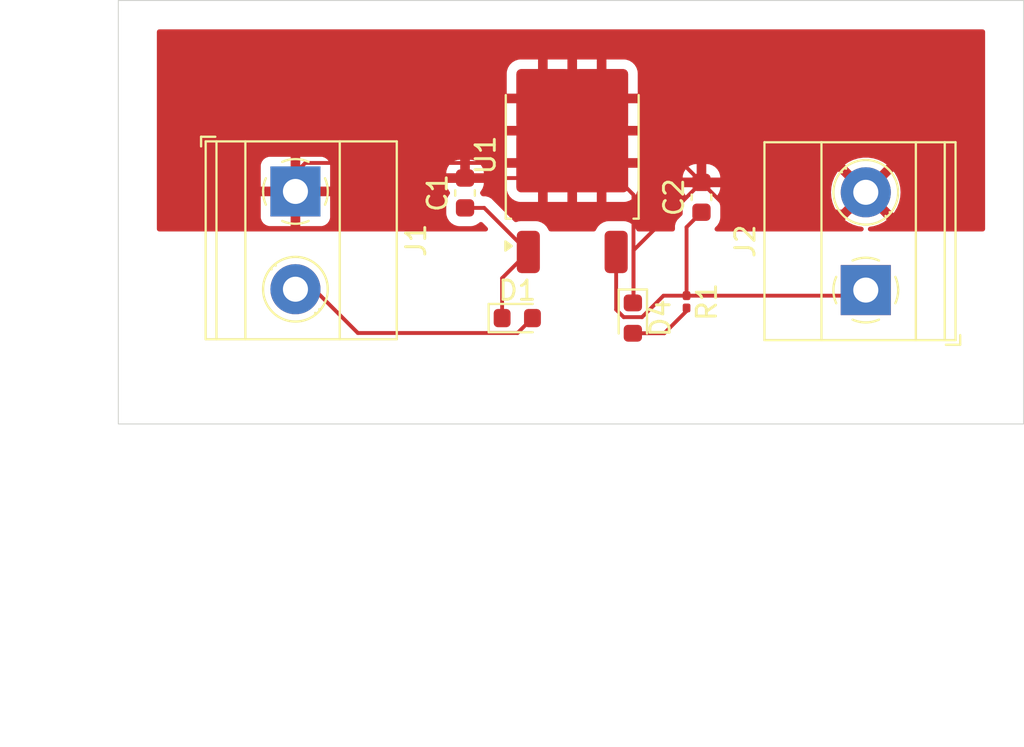
<source format=kicad_pcb>
(kicad_pcb (version 20240108) (generator "pcbnew") (generator_version "8.0")
  (layers (0 "F.Cu" signal) (31 "B.Cu" signal) (34 "B.Paste" user) (35 "F.Paste" user) (36 "B.SilkS" user "B.Silkscreen") (37 "F.SilkS" user "F.Silkscreen") (38 "B.Mask" user) (39 "F.Mask" user) (44 "Edge.Cuts" user))
  (net 0 "")
  (net 1 "Net-(D1-K)")
  (net 2 "GND")
  (net 3 "+5V")
  (net 4 "+12C")
  (net 5 "Net-(D4-A)")
  (footprint "Resistor_SMD:R_0201_0603Metric" (layer "F.Cu") (at 159 75.655 -90)
    (property "Reference" "R1" (at 0 -1.05 90) (layer "F.SilkS"))
    (property "Value" "330R")
    (pad "1" smd roundrect (at -0.32 0 270) (size 0.46 0.4) (layers "F.Cu" "F.Mask") (net 3 "+5V"))
    (pad "2" smd roundrect (at 0.32 0 270) (size 0.46 0.4) (layers "F.Cu" "F.Mask") (net 5 "Net-(D4-A)"))
  )
  (footprint "TerminalBlock_Phoenix:TerminalBlock_Phoenix_MKDS-1,5-2-5.08_1x02_P5.08mm_Horizontal" (layer "F.Cu") (at 138.695 69.92 -90)
    (property "Reference" "J1" (at 2.54 -6.26 90) (layer "F.SilkS"))
    (property "Value" "Screw_Terminal_01x02")
    (fp_line (start -2.84 4.9) (end -2.34 4.9) (stroke (width 0.12)) (layer "F.SilkS"))
    (fp_line (start -2.6 4.66) (end 7.68 4.66) (stroke (width 0.12)) (layer "F.SilkS"))
    (fp_line (start -2.84 4.16) (end -2.84 4.9) (stroke (width 0.12)) (layer "F.SilkS"))
    (fp_line (start -2.6 4.1) (end 7.68 4.1) (stroke (width 0.12)) (layer "F.SilkS"))
    (fp_line (start -2.6 2.6) (end 7.68 2.6) (stroke (width 0.12)) (layer "F.SilkS"))
    (fp_line (start 4.046 1.239) (end 4.011 1.274) (stroke (width 0.12)) (layer "F.SilkS"))
    (fp_line (start 3.853 1.023) (end 3.806 1.069) (stroke (width 0.12)) (layer "F.SilkS"))
    (fp_line (start 6.355 -1.069) (end 6.308 -1.023) (stroke (width 0.12)) (layer "F.SilkS"))
    (fp_line (start 6.15 -1.275) (end 6.115 -1.239) (stroke (width 0.12)) (layer "F.SilkS"))
    (fp_line (start -2.6 -2.301) (end 7.68 -2.301) (stroke (width 0.12)) (layer "F.SilkS"))
    (fp_line (start -2.6 -5.261) (end -2.6 4.66) (stroke (width 0.12)) (layer "F.SilkS"))
    (fp_line (start -2.6 -5.261) (end 7.68 -5.261) (stroke (width 0.12)) (layer "F.SilkS"))
    (fp_line (start 7.68 -5.261) (end 7.68 4.66) (stroke (width 0.12)) (layer "F.SilkS"))
    (fp_arc (start 0.028805 1.680253) (mid -0.335551 1.646659) (end -0.684 1.535) (stroke (width 0.12)) (layer "F.SilkS"))
    (fp_arc (start 0.683318 1.534756) (mid 0.349292 1.643288) (end 0 1.68) (stroke (width 0.12)) (layer "F.SilkS"))
    (fp_arc (start -1.535427 0.683042) (mid -1.680501 -0.000524) (end -1.535 -0.684) (stroke (width 0.12)) (layer "F.SilkS"))
    (fp_arc (start 1.535427 -0.683042) (mid 1.680501 0.000524) (end 1.535 0.684) (stroke (width 0.12)) (layer "F.SilkS"))
    (fp_arc (start -0.683042 -1.535427) (mid 0.000524 -1.680501) (end 0.684 -1.535) (stroke (width 0.12)) (layer "F.SilkS"))
    (fp_circle (center 5.08 0) (end 6.76 0) (stroke (width 0.12)) (fill none) (layer "F.SilkS"))
    (pad "1" thru_hole rect (at 0 0 270) (size 2.6 2.6) (drill 1.3) (layers "*.Cu" "*.Mask") (net 2 "GND"))
    (pad "2" thru_hole circle (at 5.08 0 270) (size 2.6 2.6) (drill 1.3) (layers "*.Cu" "*.Mask") (net 4 "+12C"))
  )
  (footprint "Capacitor_SMD:C_0603_1608Metric" (layer "F.Cu") (at 147.5 70 90)
    (property "Reference" "C1" (at 0 -1.43 90) (layer "F.SilkS"))
    (property "Value" "100nF")
    (fp_line (start -0.14058 -0.51) (end 0.14058 -0.51) (stroke (width 0.12)) (layer "F.SilkS"))
    (fp_line (start -0.14058 0.51) (end 0.14058 0.51) (stroke (width 0.12)) (layer "F.SilkS"))
    (pad "1" smd roundrect (at -0.775 0 90) (size 0.9 0.95) (layers "F.Cu" "F.Paste" "F.Mask") (net 1 "Net-(D1-K)"))
    (pad "2" smd roundrect (at 0.775 0 90) (size 0.9 0.95) (layers "F.Cu" "F.Paste" "F.Mask") (net 2 "GND"))
  )
  (footprint "Package_TO_SOT_SMD:TO-252-2" (layer "F.Cu") (at 153.065 68.025 90)
    (property "Reference" "U1" (at 0 -4.5 90) (layer "F.SilkS"))
    (property "Value" "L7805")
    (fp_line (start 3.11 -3.45) (end -3.31 -3.45) (stroke (width 0.12)) (layer "F.SilkS"))
    (fp_line (start -3.31 -3.45) (end -3.31 -3.18) (stroke (width 0.12)) (layer "F.SilkS"))
    (fp_line (start 3.11 3.45) (end -3.31 3.45) (stroke (width 0.12)) (layer "F.SilkS"))
    (fp_line (start -3.31 3.45) (end -3.31 3.18) (stroke (width 0.12)) (layer "F.SilkS"))
    (fp_poly (pts (xy -4.73 -3.14) (xy -4.97 -3.47) (xy -4.49 -3.47) (xy -4.73 -3.14)) (stroke (width 0.12)) (fill solid) (layer "F.SilkS"))
    (pad "1" smd roundrect (at -5.04 -2.28 90) (size 2.2 1.2) (layers "F.Cu" "F.Paste" "F.Mask") (roundrect_rratio 0.208333) (net 1 "Net-(D1-K)"))
    (pad "2" smd roundrect (at -0.415 -1.525 90) (size 3.05 2.75) (layers "F.Cu" "F.Paste") (roundrect_rratio 0.090909) (net 2 "GND"))
    (pad "2" smd roundrect (at -0.415 1.525 90) (size 3.05 2.75) (layers "F.Cu" "F.Paste") (roundrect_rratio 0.090909) (net 2 "GND"))
    (pad "2" smd roundrect (at 1.26 0 90) (size 6.4 5.8) (layers "F.Cu" "F.Mask") (roundrect_rratio 0.043103) (net 2 "GND"))
    (pad "2" smd roundrect (at 2.935 -1.525 90) (size 3.05 2.75) (layers "F.Cu" "F.Paste") (roundrect_rratio 0.090909) (net 2 "GND"))
    (pad "2" smd roundrect (at 2.935 1.525 90) (size 3.05 2.75) (layers "F.Cu" "F.Paste") (roundrect_rratio 0.090909) (net 2 "GND"))
    (pad "3" smd roundrect (at -5.04 2.28 90) (size 2.2 1.2) (layers "F.Cu" "F.Paste" "F.Mask") (roundrect_rratio 0.208333) (net 3 "+5V"))
  )
  (footprint "LED_SMD:LED_0603_1608Metric" (layer "F.Cu") (at 156.2125 76.5 -90)
    (property "Reference" "D4" (at 0 -1.43 90) (layer "F.SilkS"))
    (property "Value" "LED")
    (fp_line (start -1.485 0.735) (end 0.8 0.735) (stroke (width 0.12)) (layer "F.SilkS"))
    (fp_line (start -1.485 -0.735) (end -1.485 0.735) (stroke (width 0.12)) (layer "F.SilkS"))
    (fp_line (start 0.8 -0.735) (end -1.485 -0.735) (stroke (width 0.12)) (layer "F.SilkS"))
    (pad "1" smd roundrect (at -0.7875 0 270) (size 0.875 0.95) (layers "F.Cu" "F.Paste" "F.Mask") (net 2 "GND"))
    (pad "2" smd roundrect (at 0.7875 0 270) (size 0.875 0.95) (layers "F.Cu" "F.Paste" "F.Mask") (net 5 "Net-(D4-A)"))
  )
  (footprint "Capacitor_SMD:C_0603_1608Metric" (layer "F.Cu") (at 159.775 70.225 90)
    (property "Reference" "C2" (at 0 -1.43 90) (layer "F.SilkS"))
    (property "Value" "C")
    (fp_line (start -0.14058 -0.51) (end 0.14058 -0.51) (stroke (width 0.12)) (layer "F.SilkS"))
    (fp_line (start -0.14058 0.51) (end 0.14058 0.51) (stroke (width 0.12)) (layer "F.SilkS"))
    (pad "1" smd roundrect (at -0.775 0 90) (size 0.9 0.95) (layers "F.Cu" "F.Paste" "F.Mask") (net 3 "+5V"))
    (pad "2" smd roundrect (at 0.775 0 90) (size 0.9 0.95) (layers "F.Cu" "F.Paste" "F.Mask") (net 2 "GND"))
  )
  (footprint "TerminalBlock_Phoenix:TerminalBlock_Phoenix_MKDS-1,5-2-5.08_1x02_P5.08mm_Horizontal" (layer "F.Cu") (at 168.305 75.045 90)
    (property "Reference" "J2" (at 2.54 -6.26 90) (layer "F.SilkS"))
    (property "Value" "Screw_Terminal_01x02" (hide yes))
    (fp_line (start 7.68 -5.261) (end 7.68 4.66) (stroke (width 0.12)) (layer "F.SilkS"))
    (fp_line (start -2.6 -5.261) (end 7.68 -5.261) (stroke (width 0.12)) (layer "F.SilkS"))
    (fp_line (start -2.6 -5.261) (end -2.6 4.66) (stroke (width 0.12)) (layer "F.SilkS"))
    (fp_line (start -2.6 -2.301) (end 7.68 -2.301) (stroke (width 0.12)) (layer "F.SilkS"))
    (fp_line (start 6.15 -1.275) (end 6.115 -1.239) (stroke (width 0.12)) (layer "F.SilkS"))
    (fp_line (start 6.355 -1.069) (end 6.308 -1.023) (stroke (width 0.12)) (layer "F.SilkS"))
    (fp_line (start 3.853 1.023) (end 3.806 1.069) (stroke (width 0.12)) (layer "F.SilkS"))
    (fp_line (start 4.046 1.239) (end 4.011 1.274) (stroke (width 0.12)) (layer "F.SilkS"))
    (fp_line (start -2.6 2.6) (end 7.68 2.6) (stroke (width 0.12)) (layer "F.SilkS"))
    (fp_line (start -2.6 4.1) (end 7.68 4.1) (stroke (width 0.12)) (layer "F.SilkS"))
    (fp_line (start -2.84 4.16) (end -2.84 4.9) (stroke (width 0.12)) (layer "F.SilkS"))
    (fp_line (start -2.6 4.66) (end 7.68 4.66) (stroke (width 0.12)) (layer "F.SilkS"))
    (fp_line (start -2.84 4.9) (end -2.34 4.9) (stroke (width 0.12)) (layer "F.SilkS"))
    (fp_arc (start -0.683042 -1.535427) (mid 0.000524 -1.680501) (end 0.684 -1.535) (stroke (width 0.12)) (layer "F.SilkS"))
    (fp_arc (start 1.535427 -0.683042) (mid 1.680501 0.000524) (end 1.535 0.684) (stroke (width 0.12)) (layer "F.SilkS"))
    (fp_arc (start -1.535427 0.683042) (mid -1.680501 -0.000524) (end -1.535 -0.684) (stroke (width 0.12)) (layer "F.SilkS"))
    (fp_arc (start 0.683318 1.534756) (mid 0.349292 1.643288) (end 0 1.68) (stroke (width 0.12)) (layer "F.SilkS"))
    (fp_arc (start 0.028805 1.680253) (mid -0.335551 1.646659) (end -0.684 1.535) (stroke (width 0.12)) (layer "F.SilkS"))
    (fp_circle (center 5.08 0) (end 6.76 0) (stroke (width 0.12)) (fill none) (layer "F.SilkS"))
    (pad "1" thru_hole rect (at 0 0 90) (size 2.6 2.6) (drill 1.3) (layers "*.Cu" "*.Mask") (net 3 "+5V"))
    (pad "2" thru_hole circle (at 5.08 0 90) (size 2.6 2.6) (drill 1.3) (layers "*.Cu" "*.Mask") (net 2 "GND"))
  )
  (footprint "Diode_SMD:D_0603_1608Metric" (layer "F.Cu") (at 150.2125 76.5)
    (property "Reference" "D1" (at 0 -1.43 0) (layer "F.SilkS"))
    (property "Value" "D")
    (fp_line (start -1.485 -0.735) (end -1.485 0.735) (stroke (width 0.12)) (layer "F.SilkS"))
    (fp_line (start -1.485 0.735) (end 0.8 0.735) (stroke (width 0.12)) (layer "F.SilkS"))
    (fp_line (start 0.8 -0.735) (end -1.485 -0.735) (stroke (width 0.12)) (layer "F.SilkS"))
    (pad "1" smd roundrect (at -0.7875 0) (size 0.875 0.95) (layers "F.Cu" "F.Paste" "F.Mask") (net 1 "Net-(D1-K)"))
    (pad "2" smd roundrect (at 0.7875 0) (size 0.875 0.95) (layers "F.Cu" "F.Paste" "F.Mask") (net 4 "+12C"))
  )
  (gr_rect (start 129.5 60) (end 176.5 82) (stroke (width 0.05)) (fill none) (layer "Edge.Cuts"))
  (segment (start 148.495 70.775) (end 150.785 73.065) (width 0.2) (layer "F.Cu") (net 1))
  (segment (start 147.5 70.775) (end 148.495 70.775) (width 0.2) (layer "F.Cu") (net 1))
  (segment (start 149.425 74.425) (end 150.785 73.065) (width 0.2) (layer "F.Cu") (net 1))
  (segment (start 149.425 76.5) (end 149.425 74.425) (width 0.2) (layer "F.Cu") (net 1))
  (segment (start 156.245 72.98) (end 159.775 69.45) (width 0.2) (layer "F.Cu") (net 2))
  (segment (start 156.245 75.68) (end 156.245 72.98) (width 0.2) (layer "F.Cu") (net 2))
  (segment (start 147.5 69.225) (end 150.755 69.225) (width 0.2) (layer "F.Cu") (net 2))
  (segment (start 158.765 68.44) (end 159.775 69.45) (width 0.2) (layer "F.Cu") (net 2))
  (segment (start 139.21 68.44) (end 138.695 68.955) (width 0.2) (layer "F.Cu") (net 2))
  (segment (start 156.245 70.095) (end 156.245 75.68) (width 0.2) (layer "F.Cu") (net 2))
  (segment (start 154.59 68.44) (end 156.245 70.095) (width 0.2) (layer "F.Cu") (net 2))
  (segment (start 150.755 69.225) (end 151.54 68.44) (width 0.2) (layer "F.Cu") (net 2))
  (segment (start 161.29 70.965) (end 159.775 69.45) (width 0.2) (layer "F.Cu") (net 2))
  (segment (start 156.245 75.68) (end 156.2125 75.7125) (width 0.2) (layer "F.Cu") (net 2))
  (segment (start 154.59 68.44) (end 158.765 68.44) (width 0.2) (layer "F.Cu") (net 2))
  (segment (start 151.54 68.44) (end 139.21 68.44) (width 0.2) (layer "F.Cu") (net 2))
  (segment (start 168.305 70.965) (end 161.29 70.965) (width 0.2) (layer "F.Cu") (net 2))
  (segment (start 155.735314 76.45) (end 155.345 76.059686) (width 0.2) (layer "F.Cu") (net 3))
  (segment (start 157.804686 75.335) (end 156.689686 76.45) (width 0.2) (layer "F.Cu") (net 3))
  (segment (start 159 75.335) (end 167.595 75.335) (width 0.2) (layer "F.Cu") (net 3))
  (segment (start 156.689686 76.45) (end 155.735314 76.45) (width 0.2) (layer "F.Cu") (net 3))
  (segment (start 159 75.335) (end 157.804686 75.335) (width 0.2) (layer "F.Cu") (net 3))
  (segment (start 155.345 76.059686) (end 155.345 73.065) (width 0.2) (layer "F.Cu") (net 3))
  (segment (start 159 75.335) (end 159 71.775) (width 0.2) (layer "F.Cu") (net 3))
  (segment (start 159 71.775) (end 159.775 71) (width 0.2) (layer "F.Cu") (net 3))
  (segment (start 167.595 75.335) (end 168.305 76.045) (width 0.2) (layer "F.Cu") (net 3))
  (segment (start 150.225 77.275) (end 141.935 77.275) (width 0.2) (layer "F.Cu") (net 4))
  (segment (start 141.935 77.275) (end 138.695 74.035) (width 0.2) (layer "F.Cu") (net 4))
  (segment (start 151 76.5) (end 150.225 77.275) (width 0.2) (layer "F.Cu") (net 4))
  (segment (start 156.2125 77.2875) (end 157.845956 77.2875) (width 0.2) (layer "F.Cu") (net 5))
  (segment (start 157.845956 77.2875) (end 159 76.133456) (width 0.2) (layer "F.Cu") (net 5))
  (segment (start 159 76.133456) (end 159 75.975) (width 0.2) (layer "F.Cu") (net 5))
  (zone (net 2) (net_name "GND") (layer "F.Cu") (connect_pads (clearance 0.5)) (min_thickness 0.25) (fill yes (thermal_gap 0.5) (thermal_bridge_width 0.5))
    (polygon (pts (xy 131.5 61.5) (xy 174.5 61.5) (xy 174.5 72) (xy 131.5 72)))
  )
)
</source>
